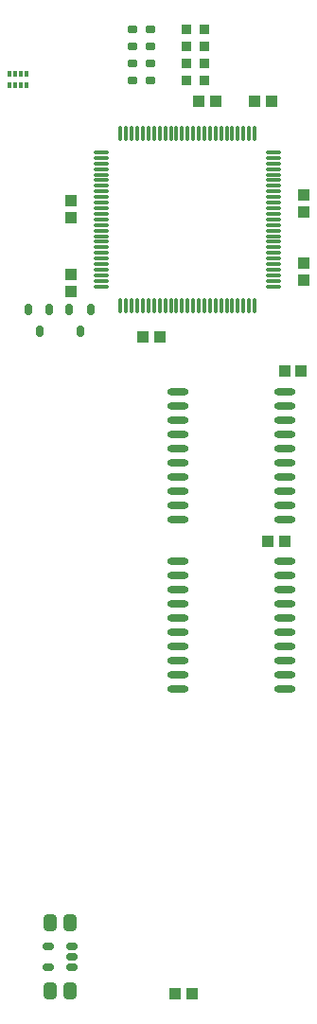
<source format=gtp>
G04*
G04 #@! TF.GenerationSoftware,Altium Limited,Altium Designer,21.0.9 (235)*
G04*
G04 Layer_Color=8421504*
%FSLAX25Y25*%
%MOIN*%
G70*
G04*
G04 #@! TF.SameCoordinates,E6591328-2649-4853-B355-67F2A4BCD0D5*
G04*
G04*
G04 #@! TF.FilePolarity,Positive*
G04*
G01*
G75*
%ADD16R,0.03937X0.04134*%
%ADD17O,0.05512X0.01181*%
%ADD18O,0.01181X0.05512*%
%ADD19R,0.03543X0.03740*%
G04:AMPARAMS|DCode=20|XSize=31.5mil|YSize=29.53mil|CornerRadius=7.38mil|HoleSize=0mil|Usage=FLASHONLY|Rotation=0.000|XOffset=0mil|YOffset=0mil|HoleType=Round|Shape=RoundedRectangle|*
%AMROUNDEDRECTD20*
21,1,0.03150,0.01476,0,0,0.0*
21,1,0.01673,0.02953,0,0,0.0*
1,1,0.01476,0.00837,-0.00738*
1,1,0.01476,-0.00837,-0.00738*
1,1,0.01476,-0.00837,0.00738*
1,1,0.01476,0.00837,0.00738*
%
%ADD20ROUNDEDRECTD20*%
G04:AMPARAMS|DCode=21|XSize=23.62mil|YSize=39.37mil|CornerRadius=5.91mil|HoleSize=0mil|Usage=FLASHONLY|Rotation=90.000|XOffset=0mil|YOffset=0mil|HoleType=Round|Shape=RoundedRectangle|*
%AMROUNDEDRECTD21*
21,1,0.02362,0.02756,0,0,90.0*
21,1,0.01181,0.03937,0,0,90.0*
1,1,0.01181,0.01378,0.00591*
1,1,0.01181,0.01378,-0.00591*
1,1,0.01181,-0.01378,-0.00591*
1,1,0.01181,-0.01378,0.00591*
%
%ADD21ROUNDEDRECTD21*%
%ADD22R,0.04134X0.03937*%
G04:AMPARAMS|DCode=23|XSize=45.28mil|YSize=57.09mil|CornerRadius=11.32mil|HoleSize=0mil|Usage=FLASHONLY|Rotation=180.000|XOffset=0mil|YOffset=0mil|HoleType=Round|Shape=RoundedRectangle|*
%AMROUNDEDRECTD23*
21,1,0.04528,0.03445,0,0,180.0*
21,1,0.02264,0.05709,0,0,180.0*
1,1,0.02264,-0.01132,0.01722*
1,1,0.02264,0.01132,0.01722*
1,1,0.02264,0.01132,-0.01722*
1,1,0.02264,-0.01132,-0.01722*
%
%ADD23ROUNDEDRECTD23*%
%ADD24O,0.07480X0.02362*%
G04:AMPARAMS|DCode=25|XSize=23.62mil|YSize=39.37mil|CornerRadius=5.91mil|HoleSize=0mil|Usage=FLASHONLY|Rotation=180.000|XOffset=0mil|YOffset=0mil|HoleType=Round|Shape=RoundedRectangle|*
%AMROUNDEDRECTD25*
21,1,0.02362,0.02756,0,0,180.0*
21,1,0.01181,0.03937,0,0,180.0*
1,1,0.01181,-0.00591,0.01378*
1,1,0.01181,0.00591,0.01378*
1,1,0.01181,0.00591,-0.01378*
1,1,0.01181,-0.00591,-0.01378*
%
%ADD25ROUNDEDRECTD25*%
%ADD26R,0.01260X0.01968*%
D16*
X29236Y252441D02*
D03*
Y258347D02*
D03*
X111236Y280441D02*
D03*
Y286347D02*
D03*
Y256441D02*
D03*
Y262347D02*
D03*
X29236Y278441D02*
D03*
Y284347D02*
D03*
D17*
X100551Y287551D02*
D03*
Y254087D02*
D03*
Y256055D02*
D03*
Y258024D02*
D03*
Y259992D02*
D03*
Y261961D02*
D03*
Y263929D02*
D03*
Y265898D02*
D03*
Y267866D02*
D03*
Y269835D02*
D03*
Y271803D02*
D03*
Y273772D02*
D03*
Y275740D02*
D03*
Y277709D02*
D03*
Y279677D02*
D03*
Y281646D02*
D03*
Y283614D02*
D03*
Y285583D02*
D03*
Y289520D02*
D03*
Y291488D02*
D03*
Y293457D02*
D03*
Y295425D02*
D03*
Y297394D02*
D03*
Y299362D02*
D03*
Y301331D02*
D03*
X39921D02*
D03*
Y299362D02*
D03*
Y297394D02*
D03*
Y295425D02*
D03*
Y293457D02*
D03*
Y291488D02*
D03*
Y289520D02*
D03*
Y287551D02*
D03*
Y285583D02*
D03*
Y283614D02*
D03*
Y281646D02*
D03*
Y279677D02*
D03*
Y277709D02*
D03*
Y275740D02*
D03*
Y273772D02*
D03*
Y271803D02*
D03*
Y269835D02*
D03*
Y267866D02*
D03*
Y265898D02*
D03*
Y263929D02*
D03*
Y261961D02*
D03*
Y259992D02*
D03*
Y258024D02*
D03*
Y256055D02*
D03*
Y254087D02*
D03*
D18*
X46614Y247394D02*
D03*
X48583D02*
D03*
X50551D02*
D03*
X52520D02*
D03*
X54488D02*
D03*
X56457D02*
D03*
X58425D02*
D03*
X60394D02*
D03*
X62362D02*
D03*
X64331D02*
D03*
X66299D02*
D03*
X68268D02*
D03*
X70236D02*
D03*
X72205D02*
D03*
X74173D02*
D03*
X76142D02*
D03*
X78110D02*
D03*
X80079D02*
D03*
X82047D02*
D03*
X84016D02*
D03*
X85984D02*
D03*
X87953D02*
D03*
X89921D02*
D03*
X91890D02*
D03*
X93858D02*
D03*
Y308024D02*
D03*
X91890D02*
D03*
X89921D02*
D03*
X87953D02*
D03*
X85984D02*
D03*
X84016D02*
D03*
X82047D02*
D03*
X80079D02*
D03*
X78110D02*
D03*
X76142D02*
D03*
X74173D02*
D03*
X72205D02*
D03*
X70236D02*
D03*
X68268D02*
D03*
X66299D02*
D03*
X64331D02*
D03*
X62362D02*
D03*
X60394D02*
D03*
X58425D02*
D03*
X56457D02*
D03*
X54488D02*
D03*
X52520D02*
D03*
X50551D02*
D03*
X48583D02*
D03*
X46614D02*
D03*
D19*
X76173Y326599D02*
D03*
X69874D02*
D03*
X76173Y338598D02*
D03*
X69874D02*
D03*
X76173Y332598D02*
D03*
X69874D02*
D03*
X76173Y344599D02*
D03*
X69874D02*
D03*
D20*
X57157D02*
D03*
X50858D02*
D03*
X57157Y338598D02*
D03*
X50858D02*
D03*
X57157Y332598D02*
D03*
X50858D02*
D03*
X57157Y326599D02*
D03*
X50858D02*
D03*
D21*
X29535Y14228D02*
D03*
Y17968D02*
D03*
Y21709D02*
D03*
X21189Y14228D02*
D03*
Y21709D02*
D03*
D22*
X104331Y164370D02*
D03*
X98425D02*
D03*
X104331Y224410D02*
D03*
X110236D02*
D03*
X80079Y319394D02*
D03*
X74173D02*
D03*
X93947Y319400D02*
D03*
X99853D02*
D03*
X54488Y236394D02*
D03*
X60394D02*
D03*
X65945Y4921D02*
D03*
X71850D02*
D03*
D23*
X21819Y5968D02*
D03*
X28905D02*
D03*
Y29969D02*
D03*
X21819D02*
D03*
D24*
X66929Y157205D02*
D03*
Y152205D02*
D03*
Y147205D02*
D03*
Y142205D02*
D03*
Y137205D02*
D03*
Y132205D02*
D03*
Y127205D02*
D03*
Y122205D02*
D03*
Y117205D02*
D03*
Y112205D02*
D03*
X104331Y157205D02*
D03*
Y152205D02*
D03*
Y147205D02*
D03*
Y142205D02*
D03*
Y137205D02*
D03*
Y132205D02*
D03*
Y127205D02*
D03*
Y122205D02*
D03*
Y117205D02*
D03*
Y112205D02*
D03*
Y172008D02*
D03*
Y177008D02*
D03*
Y182008D02*
D03*
Y187008D02*
D03*
Y192008D02*
D03*
Y197008D02*
D03*
Y202008D02*
D03*
Y207008D02*
D03*
Y212008D02*
D03*
Y217008D02*
D03*
X66929Y172008D02*
D03*
Y177008D02*
D03*
Y182008D02*
D03*
Y187008D02*
D03*
Y192008D02*
D03*
Y197008D02*
D03*
Y202008D02*
D03*
Y207008D02*
D03*
Y212008D02*
D03*
Y217008D02*
D03*
D25*
X32480Y238386D02*
D03*
X28638Y245866D02*
D03*
X36118D02*
D03*
X18016Y238386D02*
D03*
X14173Y245866D02*
D03*
X21654D02*
D03*
D26*
X13353Y329068D02*
D03*
X11384D02*
D03*
X9416D02*
D03*
X7447D02*
D03*
X13353Y325132D02*
D03*
X11384D02*
D03*
X9416D02*
D03*
X7447D02*
D03*
M02*

</source>
